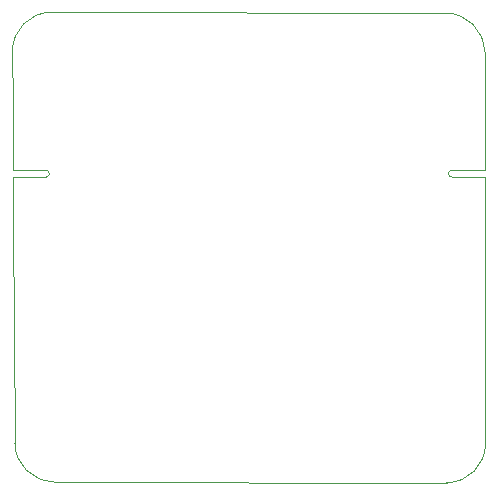
<source format=gbr>
%TF.GenerationSoftware,KiCad,Pcbnew,7.0.5-0*%
%TF.CreationDate,2023-07-12T10:20:26-04:00*%
%TF.ProjectId,stm32g431-mt6701-stspin233,73746d33-3267-4343-9331-2d6d74363730,rev?*%
%TF.SameCoordinates,Original*%
%TF.FileFunction,Profile,NP*%
%FSLAX46Y46*%
G04 Gerber Fmt 4.6, Leading zero omitted, Abs format (unit mm)*
G04 Created by KiCad (PCBNEW 7.0.5-0) date 2023-07-12 10:20:26*
%MOMM*%
%LPD*%
G01*
G04 APERTURE LIST*
%TA.AperFunction,Profile*%
%ADD10C,0.100000*%
%TD*%
G04 APERTURE END LIST*
D10*
X108506869Y-83800336D02*
G75*
G03*
X111806986Y-87075336I3275131J36D01*
G01*
X145075336Y-87168109D02*
X111806986Y-87075336D01*
X148268131Y-50699664D02*
G75*
G03*
X144968014Y-47424664I-3275131J-36D01*
G01*
X108300000Y-50650000D02*
X108325137Y-55000000D01*
X111575000Y-47349905D02*
X144968014Y-47424664D01*
X148268109Y-50699664D02*
X148324863Y-55000000D01*
X111575000Y-47349905D02*
G75*
G03*
X108300000Y-50650000I0J-3275095D01*
G01*
X148324863Y-65000000D02*
X148350336Y-83868014D01*
X108506891Y-83800336D02*
X108325137Y-65000000D01*
X145075336Y-87168131D02*
G75*
G03*
X148350336Y-83868014I-36J3275131D01*
G01*
%TO.C,J104*%
X108325137Y-65000000D02*
X108325137Y-61300000D01*
X108325137Y-61300000D02*
X111125137Y-61300000D01*
X108325137Y-60700000D02*
X108325137Y-55000000D01*
X111125137Y-60700000D02*
X108325137Y-60700000D01*
X111125137Y-61300000D02*
G75*
G03*
X111125137Y-60700000I0J300000D01*
G01*
%TO.C,J103*%
X148324863Y-65000000D02*
X148324863Y-61300000D01*
X148324863Y-61300000D02*
X145524863Y-61300000D01*
X145524863Y-60700000D02*
X148324863Y-60700000D01*
X148324863Y-60700000D02*
X148324863Y-55000000D01*
X145524863Y-60700000D02*
G75*
G03*
X145524863Y-61300000I0J-300000D01*
G01*
%TD*%
M02*

</source>
